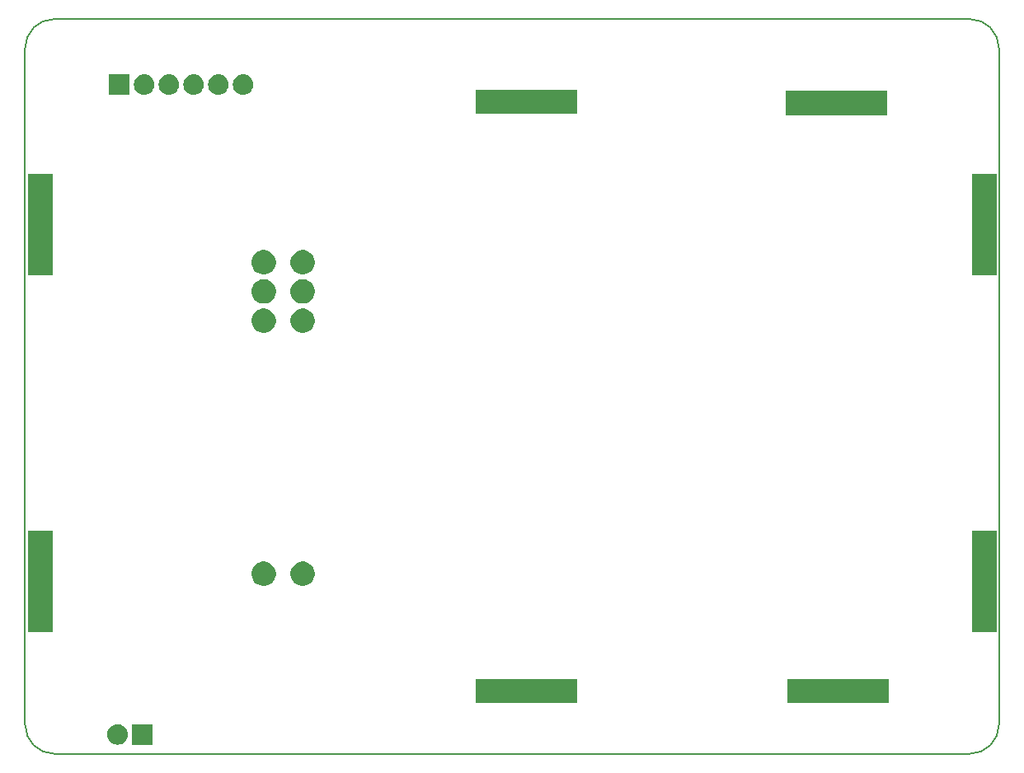
<source format=gbr>
%TF.GenerationSoftware,KiCad,Pcbnew,5.0.1*%
%TF.CreationDate,2019-01-19T14:59:35-06:00*%
%TF.ProjectId,NFCJig,4E46434A69672E6B696361645F706362,rev?*%
%TF.SameCoordinates,Original*%
%TF.FileFunction,Soldermask,Top*%
%TF.FilePolarity,Negative*%
%FSLAX46Y46*%
G04 Gerber Fmt 4.6, Leading zero omitted, Abs format (unit mm)*
G04 Created by KiCad (PCBNEW 5.0.1) date Sat 19 Jan 2019 02:59:35 PM CST*
%MOMM*%
%LPD*%
G01*
G04 APERTURE LIST*
%ADD10C,0.150000*%
%ADD11C,0.100000*%
G04 APERTURE END LIST*
D10*
X207000000Y-131500000D02*
X207000000Y-131000000D01*
X107000000Y-131500000D02*
X107000000Y-131000000D01*
X107000000Y-62000000D02*
X107000000Y-67000000D01*
X207000000Y-62000000D02*
X207000000Y-67000000D01*
X204000000Y-134500000D02*
X110000000Y-134500000D01*
X110000000Y-59000000D02*
X204000000Y-59000000D01*
X107000000Y-131000000D02*
X107000000Y-67000000D01*
X207000000Y-67000000D02*
X207000000Y-131000000D01*
X207000000Y-131500000D02*
G75*
G02X204000000Y-134500000I-3000000J0D01*
G01*
X110000000Y-134500000D02*
G75*
G02X107000000Y-131500000I0J3000000D01*
G01*
X107000000Y-62000000D02*
G75*
G02X110000000Y-59000000I3000000J0D01*
G01*
X204000000Y-59000000D02*
G75*
G02X207000000Y-62000000I0J-3000000D01*
G01*
D11*
G36*
X120090000Y-133550000D02*
X117990000Y-133550000D01*
X117990000Y-131450000D01*
X120090000Y-131450000D01*
X120090000Y-133550000D01*
X120090000Y-133550000D01*
G37*
G36*
X116628707Y-131457596D02*
X116705836Y-131465193D01*
X116837787Y-131505220D01*
X116903763Y-131525233D01*
X117086172Y-131622733D01*
X117246054Y-131753946D01*
X117377267Y-131913828D01*
X117474767Y-132096237D01*
X117474767Y-132096238D01*
X117534807Y-132294164D01*
X117555080Y-132500000D01*
X117534807Y-132705836D01*
X117494780Y-132837787D01*
X117474767Y-132903763D01*
X117377267Y-133086172D01*
X117246054Y-133246054D01*
X117086172Y-133377267D01*
X116903763Y-133474767D01*
X116837787Y-133494780D01*
X116705836Y-133534807D01*
X116628707Y-133542403D01*
X116551580Y-133550000D01*
X116448420Y-133550000D01*
X116371293Y-133542403D01*
X116294164Y-133534807D01*
X116162213Y-133494780D01*
X116096237Y-133474767D01*
X115913828Y-133377267D01*
X115753946Y-133246054D01*
X115622733Y-133086172D01*
X115525233Y-132903763D01*
X115505220Y-132837787D01*
X115465193Y-132705836D01*
X115444920Y-132500000D01*
X115465193Y-132294164D01*
X115525233Y-132096238D01*
X115525233Y-132096237D01*
X115622733Y-131913828D01*
X115753946Y-131753946D01*
X115913828Y-131622733D01*
X116096237Y-131525233D01*
X116162213Y-131505220D01*
X116294164Y-131465193D01*
X116371293Y-131457596D01*
X116448420Y-131450000D01*
X116551580Y-131450000D01*
X116628707Y-131457596D01*
X116628707Y-131457596D01*
G37*
G36*
X163650000Y-129300000D02*
X153250000Y-129300000D01*
X153250000Y-126800000D01*
X163650000Y-126800000D01*
X163650000Y-129300000D01*
X163650000Y-129300000D01*
G37*
G36*
X195700000Y-129300000D02*
X185300000Y-129300000D01*
X185300000Y-126800000D01*
X195700000Y-126800000D01*
X195700000Y-129300000D01*
X195700000Y-129300000D01*
G37*
G36*
X109800000Y-122000000D02*
X107300000Y-122000000D01*
X107300000Y-111600000D01*
X109800000Y-111600000D01*
X109800000Y-122000000D01*
X109800000Y-122000000D01*
G37*
G36*
X206750000Y-122000000D02*
X204250000Y-122000000D01*
X204250000Y-111600000D01*
X206750000Y-111600000D01*
X206750000Y-122000000D01*
X206750000Y-122000000D01*
G37*
G36*
X135864612Y-114788037D02*
X136092096Y-114882264D01*
X136296831Y-115019064D01*
X136470936Y-115193169D01*
X136607736Y-115397904D01*
X136701963Y-115625388D01*
X136750000Y-115866885D01*
X136750000Y-116113115D01*
X136701963Y-116354612D01*
X136607736Y-116582096D01*
X136470936Y-116786831D01*
X136296831Y-116960936D01*
X136092096Y-117097736D01*
X135864612Y-117191963D01*
X135623115Y-117240000D01*
X135376885Y-117240000D01*
X135135388Y-117191963D01*
X134907904Y-117097736D01*
X134703169Y-116960936D01*
X134529064Y-116786831D01*
X134392264Y-116582096D01*
X134298037Y-116354612D01*
X134250000Y-116113115D01*
X134250000Y-115866885D01*
X134298037Y-115625388D01*
X134392264Y-115397904D01*
X134529064Y-115193169D01*
X134703169Y-115019064D01*
X134907904Y-114882264D01*
X135135388Y-114788037D01*
X135376885Y-114740000D01*
X135623115Y-114740000D01*
X135864612Y-114788037D01*
X135864612Y-114788037D01*
G37*
G36*
X131864612Y-114788037D02*
X132092096Y-114882264D01*
X132296831Y-115019064D01*
X132470936Y-115193169D01*
X132607736Y-115397904D01*
X132701963Y-115625388D01*
X132750000Y-115866885D01*
X132750000Y-116113115D01*
X132701963Y-116354612D01*
X132607736Y-116582096D01*
X132470936Y-116786831D01*
X132296831Y-116960936D01*
X132092096Y-117097736D01*
X131864612Y-117191963D01*
X131623115Y-117240000D01*
X131376885Y-117240000D01*
X131135388Y-117191963D01*
X130907904Y-117097736D01*
X130703169Y-116960936D01*
X130529064Y-116786831D01*
X130392264Y-116582096D01*
X130298037Y-116354612D01*
X130250000Y-116113115D01*
X130250000Y-115866885D01*
X130298037Y-115625388D01*
X130392264Y-115397904D01*
X130529064Y-115193169D01*
X130703169Y-115019064D01*
X130907904Y-114882264D01*
X131135388Y-114788037D01*
X131376885Y-114740000D01*
X131623115Y-114740000D01*
X131864612Y-114788037D01*
X131864612Y-114788037D01*
G37*
G36*
X131864612Y-88788037D02*
X132092096Y-88882264D01*
X132296831Y-89019064D01*
X132470936Y-89193169D01*
X132607736Y-89397904D01*
X132701963Y-89625388D01*
X132750000Y-89866885D01*
X132750000Y-90113115D01*
X132701963Y-90354612D01*
X132607736Y-90582096D01*
X132470936Y-90786831D01*
X132296831Y-90960936D01*
X132092096Y-91097736D01*
X131864612Y-91191963D01*
X131623115Y-91240000D01*
X131376885Y-91240000D01*
X131135388Y-91191963D01*
X130907904Y-91097736D01*
X130703169Y-90960936D01*
X130529064Y-90786831D01*
X130392264Y-90582096D01*
X130298037Y-90354612D01*
X130250000Y-90113115D01*
X130250000Y-89866885D01*
X130298037Y-89625388D01*
X130392264Y-89397904D01*
X130529064Y-89193169D01*
X130703169Y-89019064D01*
X130907904Y-88882264D01*
X131135388Y-88788037D01*
X131376885Y-88740000D01*
X131623115Y-88740000D01*
X131864612Y-88788037D01*
X131864612Y-88788037D01*
G37*
G36*
X135864612Y-88788037D02*
X136092096Y-88882264D01*
X136296831Y-89019064D01*
X136470936Y-89193169D01*
X136607736Y-89397904D01*
X136701963Y-89625388D01*
X136750000Y-89866885D01*
X136750000Y-90113115D01*
X136701963Y-90354612D01*
X136607736Y-90582096D01*
X136470936Y-90786831D01*
X136296831Y-90960936D01*
X136092096Y-91097736D01*
X135864612Y-91191963D01*
X135623115Y-91240000D01*
X135376885Y-91240000D01*
X135135388Y-91191963D01*
X134907904Y-91097736D01*
X134703169Y-90960936D01*
X134529064Y-90786831D01*
X134392264Y-90582096D01*
X134298037Y-90354612D01*
X134250000Y-90113115D01*
X134250000Y-89866885D01*
X134298037Y-89625388D01*
X134392264Y-89397904D01*
X134529064Y-89193169D01*
X134703169Y-89019064D01*
X134907904Y-88882264D01*
X135135388Y-88788037D01*
X135376885Y-88740000D01*
X135623115Y-88740000D01*
X135864612Y-88788037D01*
X135864612Y-88788037D01*
G37*
G36*
X131864612Y-85788037D02*
X132092096Y-85882264D01*
X132296831Y-86019064D01*
X132470936Y-86193169D01*
X132607736Y-86397904D01*
X132701963Y-86625388D01*
X132750000Y-86866885D01*
X132750000Y-87113115D01*
X132701963Y-87354612D01*
X132607736Y-87582096D01*
X132470936Y-87786831D01*
X132296831Y-87960936D01*
X132092096Y-88097736D01*
X131864612Y-88191963D01*
X131623115Y-88240000D01*
X131376885Y-88240000D01*
X131135388Y-88191963D01*
X130907904Y-88097736D01*
X130703169Y-87960936D01*
X130529064Y-87786831D01*
X130392264Y-87582096D01*
X130298037Y-87354612D01*
X130250000Y-87113115D01*
X130250000Y-86866885D01*
X130298037Y-86625388D01*
X130392264Y-86397904D01*
X130529064Y-86193169D01*
X130703169Y-86019064D01*
X130907904Y-85882264D01*
X131135388Y-85788037D01*
X131376885Y-85740000D01*
X131623115Y-85740000D01*
X131864612Y-85788037D01*
X131864612Y-85788037D01*
G37*
G36*
X135864612Y-85788037D02*
X136092096Y-85882264D01*
X136296831Y-86019064D01*
X136470936Y-86193169D01*
X136607736Y-86397904D01*
X136701963Y-86625388D01*
X136750000Y-86866885D01*
X136750000Y-87113115D01*
X136701963Y-87354612D01*
X136607736Y-87582096D01*
X136470936Y-87786831D01*
X136296831Y-87960936D01*
X136092096Y-88097736D01*
X135864612Y-88191963D01*
X135623115Y-88240000D01*
X135376885Y-88240000D01*
X135135388Y-88191963D01*
X134907904Y-88097736D01*
X134703169Y-87960936D01*
X134529064Y-87786831D01*
X134392264Y-87582096D01*
X134298037Y-87354612D01*
X134250000Y-87113115D01*
X134250000Y-86866885D01*
X134298037Y-86625388D01*
X134392264Y-86397904D01*
X134529064Y-86193169D01*
X134703169Y-86019064D01*
X134907904Y-85882264D01*
X135135388Y-85788037D01*
X135376885Y-85740000D01*
X135623115Y-85740000D01*
X135864612Y-85788037D01*
X135864612Y-85788037D01*
G37*
G36*
X206750000Y-85350000D02*
X204250000Y-85350000D01*
X204250000Y-74950000D01*
X206750000Y-74950000D01*
X206750000Y-85350000D01*
X206750000Y-85350000D01*
G37*
G36*
X109800000Y-85300000D02*
X107300000Y-85300000D01*
X107300000Y-74900000D01*
X109800000Y-74900000D01*
X109800000Y-85300000D01*
X109800000Y-85300000D01*
G37*
G36*
X135864612Y-82788037D02*
X136092096Y-82882264D01*
X136296831Y-83019064D01*
X136470936Y-83193169D01*
X136607736Y-83397904D01*
X136701963Y-83625388D01*
X136750000Y-83866885D01*
X136750000Y-84113115D01*
X136701963Y-84354612D01*
X136607736Y-84582096D01*
X136470936Y-84786831D01*
X136296831Y-84960936D01*
X136092096Y-85097736D01*
X135864612Y-85191963D01*
X135623115Y-85240000D01*
X135376885Y-85240000D01*
X135135388Y-85191963D01*
X134907904Y-85097736D01*
X134703169Y-84960936D01*
X134529064Y-84786831D01*
X134392264Y-84582096D01*
X134298037Y-84354612D01*
X134250000Y-84113115D01*
X134250000Y-83866885D01*
X134298037Y-83625388D01*
X134392264Y-83397904D01*
X134529064Y-83193169D01*
X134703169Y-83019064D01*
X134907904Y-82882264D01*
X135135388Y-82788037D01*
X135376885Y-82740000D01*
X135623115Y-82740000D01*
X135864612Y-82788037D01*
X135864612Y-82788037D01*
G37*
G36*
X131864612Y-82788037D02*
X132092096Y-82882264D01*
X132296831Y-83019064D01*
X132470936Y-83193169D01*
X132607736Y-83397904D01*
X132701963Y-83625388D01*
X132750000Y-83866885D01*
X132750000Y-84113115D01*
X132701963Y-84354612D01*
X132607736Y-84582096D01*
X132470936Y-84786831D01*
X132296831Y-84960936D01*
X132092096Y-85097736D01*
X131864612Y-85191963D01*
X131623115Y-85240000D01*
X131376885Y-85240000D01*
X131135388Y-85191963D01*
X130907904Y-85097736D01*
X130703169Y-84960936D01*
X130529064Y-84786831D01*
X130392264Y-84582096D01*
X130298037Y-84354612D01*
X130250000Y-84113115D01*
X130250000Y-83866885D01*
X130298037Y-83625388D01*
X130392264Y-83397904D01*
X130529064Y-83193169D01*
X130703169Y-83019064D01*
X130907904Y-82882264D01*
X131135388Y-82788037D01*
X131376885Y-82740000D01*
X131623115Y-82740000D01*
X131864612Y-82788037D01*
X131864612Y-82788037D01*
G37*
G36*
X195550000Y-68900000D02*
X185150000Y-68900000D01*
X185150000Y-66400000D01*
X195550000Y-66400000D01*
X195550000Y-68900000D01*
X195550000Y-68900000D01*
G37*
G36*
X163650000Y-68750000D02*
X153250000Y-68750000D01*
X153250000Y-66250000D01*
X163650000Y-66250000D01*
X163650000Y-68750000D01*
X163650000Y-68750000D01*
G37*
G36*
X117730000Y-66790000D02*
X115630000Y-66790000D01*
X115630000Y-64690000D01*
X117730000Y-64690000D01*
X117730000Y-66790000D01*
X117730000Y-66790000D01*
G37*
G36*
X129508707Y-64697597D02*
X129585836Y-64705193D01*
X129717787Y-64745220D01*
X129783763Y-64765233D01*
X129966172Y-64862733D01*
X130126054Y-64993946D01*
X130257267Y-65153828D01*
X130354767Y-65336237D01*
X130354767Y-65336238D01*
X130414807Y-65534164D01*
X130435080Y-65740000D01*
X130414807Y-65945836D01*
X130374780Y-66077787D01*
X130354767Y-66143763D01*
X130257267Y-66326172D01*
X130126054Y-66486054D01*
X129966172Y-66617267D01*
X129783763Y-66714767D01*
X129717787Y-66734780D01*
X129585836Y-66774807D01*
X129508707Y-66782403D01*
X129431580Y-66790000D01*
X129328420Y-66790000D01*
X129251293Y-66782403D01*
X129174164Y-66774807D01*
X129042213Y-66734780D01*
X128976237Y-66714767D01*
X128793828Y-66617267D01*
X128633946Y-66486054D01*
X128502733Y-66326172D01*
X128405233Y-66143763D01*
X128385220Y-66077787D01*
X128345193Y-65945836D01*
X128324920Y-65740000D01*
X128345193Y-65534164D01*
X128405233Y-65336238D01*
X128405233Y-65336237D01*
X128502733Y-65153828D01*
X128633946Y-64993946D01*
X128793828Y-64862733D01*
X128976237Y-64765233D01*
X129042213Y-64745220D01*
X129174164Y-64705193D01*
X129251293Y-64697597D01*
X129328420Y-64690000D01*
X129431580Y-64690000D01*
X129508707Y-64697597D01*
X129508707Y-64697597D01*
G37*
G36*
X126968707Y-64697597D02*
X127045836Y-64705193D01*
X127177787Y-64745220D01*
X127243763Y-64765233D01*
X127426172Y-64862733D01*
X127586054Y-64993946D01*
X127717267Y-65153828D01*
X127814767Y-65336237D01*
X127814767Y-65336238D01*
X127874807Y-65534164D01*
X127895080Y-65740000D01*
X127874807Y-65945836D01*
X127834780Y-66077787D01*
X127814767Y-66143763D01*
X127717267Y-66326172D01*
X127586054Y-66486054D01*
X127426172Y-66617267D01*
X127243763Y-66714767D01*
X127177787Y-66734780D01*
X127045836Y-66774807D01*
X126968707Y-66782403D01*
X126891580Y-66790000D01*
X126788420Y-66790000D01*
X126711293Y-66782403D01*
X126634164Y-66774807D01*
X126502213Y-66734780D01*
X126436237Y-66714767D01*
X126253828Y-66617267D01*
X126093946Y-66486054D01*
X125962733Y-66326172D01*
X125865233Y-66143763D01*
X125845220Y-66077787D01*
X125805193Y-65945836D01*
X125784920Y-65740000D01*
X125805193Y-65534164D01*
X125865233Y-65336238D01*
X125865233Y-65336237D01*
X125962733Y-65153828D01*
X126093946Y-64993946D01*
X126253828Y-64862733D01*
X126436237Y-64765233D01*
X126502213Y-64745220D01*
X126634164Y-64705193D01*
X126711293Y-64697597D01*
X126788420Y-64690000D01*
X126891580Y-64690000D01*
X126968707Y-64697597D01*
X126968707Y-64697597D01*
G37*
G36*
X124428707Y-64697597D02*
X124505836Y-64705193D01*
X124637787Y-64745220D01*
X124703763Y-64765233D01*
X124886172Y-64862733D01*
X125046054Y-64993946D01*
X125177267Y-65153828D01*
X125274767Y-65336237D01*
X125274767Y-65336238D01*
X125334807Y-65534164D01*
X125355080Y-65740000D01*
X125334807Y-65945836D01*
X125294780Y-66077787D01*
X125274767Y-66143763D01*
X125177267Y-66326172D01*
X125046054Y-66486054D01*
X124886172Y-66617267D01*
X124703763Y-66714767D01*
X124637787Y-66734780D01*
X124505836Y-66774807D01*
X124428707Y-66782403D01*
X124351580Y-66790000D01*
X124248420Y-66790000D01*
X124171293Y-66782403D01*
X124094164Y-66774807D01*
X123962213Y-66734780D01*
X123896237Y-66714767D01*
X123713828Y-66617267D01*
X123553946Y-66486054D01*
X123422733Y-66326172D01*
X123325233Y-66143763D01*
X123305220Y-66077787D01*
X123265193Y-65945836D01*
X123244920Y-65740000D01*
X123265193Y-65534164D01*
X123325233Y-65336238D01*
X123325233Y-65336237D01*
X123422733Y-65153828D01*
X123553946Y-64993946D01*
X123713828Y-64862733D01*
X123896237Y-64765233D01*
X123962213Y-64745220D01*
X124094164Y-64705193D01*
X124171293Y-64697597D01*
X124248420Y-64690000D01*
X124351580Y-64690000D01*
X124428707Y-64697597D01*
X124428707Y-64697597D01*
G37*
G36*
X121888707Y-64697597D02*
X121965836Y-64705193D01*
X122097787Y-64745220D01*
X122163763Y-64765233D01*
X122346172Y-64862733D01*
X122506054Y-64993946D01*
X122637267Y-65153828D01*
X122734767Y-65336237D01*
X122734767Y-65336238D01*
X122794807Y-65534164D01*
X122815080Y-65740000D01*
X122794807Y-65945836D01*
X122754780Y-66077787D01*
X122734767Y-66143763D01*
X122637267Y-66326172D01*
X122506054Y-66486054D01*
X122346172Y-66617267D01*
X122163763Y-66714767D01*
X122097787Y-66734780D01*
X121965836Y-66774807D01*
X121888707Y-66782403D01*
X121811580Y-66790000D01*
X121708420Y-66790000D01*
X121631293Y-66782403D01*
X121554164Y-66774807D01*
X121422213Y-66734780D01*
X121356237Y-66714767D01*
X121173828Y-66617267D01*
X121013946Y-66486054D01*
X120882733Y-66326172D01*
X120785233Y-66143763D01*
X120765220Y-66077787D01*
X120725193Y-65945836D01*
X120704920Y-65740000D01*
X120725193Y-65534164D01*
X120785233Y-65336238D01*
X120785233Y-65336237D01*
X120882733Y-65153828D01*
X121013946Y-64993946D01*
X121173828Y-64862733D01*
X121356237Y-64765233D01*
X121422213Y-64745220D01*
X121554164Y-64705193D01*
X121631293Y-64697597D01*
X121708420Y-64690000D01*
X121811580Y-64690000D01*
X121888707Y-64697597D01*
X121888707Y-64697597D01*
G37*
G36*
X119348707Y-64697597D02*
X119425836Y-64705193D01*
X119557787Y-64745220D01*
X119623763Y-64765233D01*
X119806172Y-64862733D01*
X119966054Y-64993946D01*
X120097267Y-65153828D01*
X120194767Y-65336237D01*
X120194767Y-65336238D01*
X120254807Y-65534164D01*
X120275080Y-65740000D01*
X120254807Y-65945836D01*
X120214780Y-66077787D01*
X120194767Y-66143763D01*
X120097267Y-66326172D01*
X119966054Y-66486054D01*
X119806172Y-66617267D01*
X119623763Y-66714767D01*
X119557787Y-66734780D01*
X119425836Y-66774807D01*
X119348707Y-66782403D01*
X119271580Y-66790000D01*
X119168420Y-66790000D01*
X119091293Y-66782403D01*
X119014164Y-66774807D01*
X118882213Y-66734780D01*
X118816237Y-66714767D01*
X118633828Y-66617267D01*
X118473946Y-66486054D01*
X118342733Y-66326172D01*
X118245233Y-66143763D01*
X118225220Y-66077787D01*
X118185193Y-65945836D01*
X118164920Y-65740000D01*
X118185193Y-65534164D01*
X118245233Y-65336238D01*
X118245233Y-65336237D01*
X118342733Y-65153828D01*
X118473946Y-64993946D01*
X118633828Y-64862733D01*
X118816237Y-64765233D01*
X118882213Y-64745220D01*
X119014164Y-64705193D01*
X119091293Y-64697597D01*
X119168420Y-64690000D01*
X119271580Y-64690000D01*
X119348707Y-64697597D01*
X119348707Y-64697597D01*
G37*
M02*

</source>
